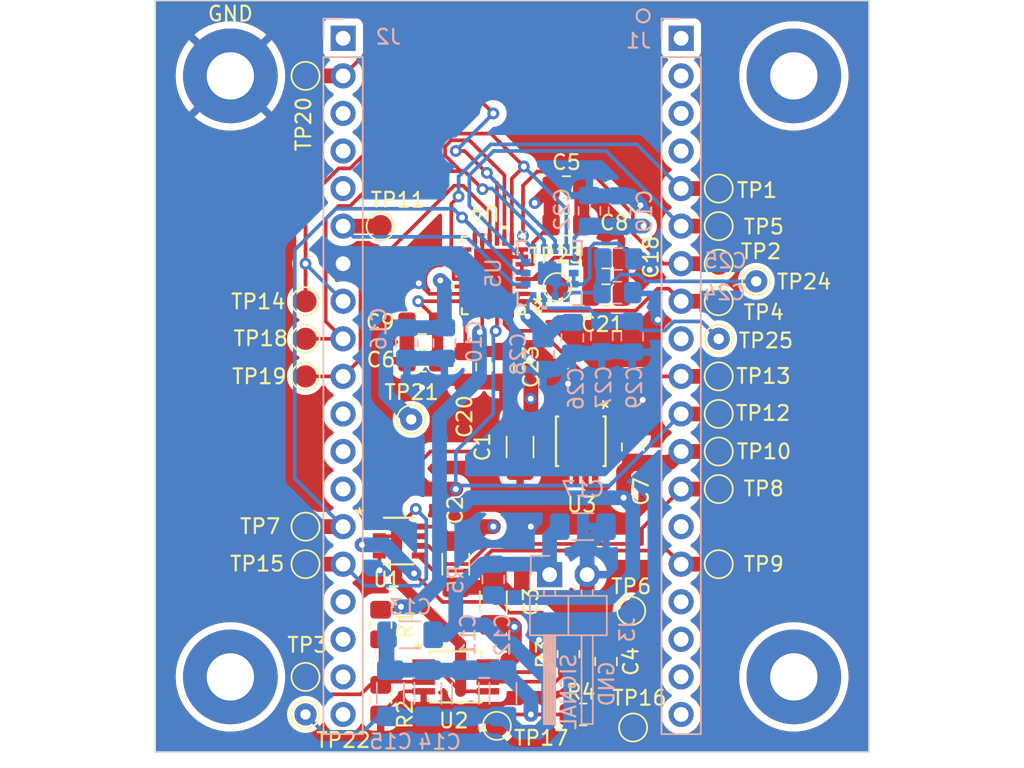
<source format=kicad_pcb>
(kicad_pcb (version 20221018) (generator pcbnew)
  (layers (0 "F.Cu" signal) (1 "In1.Cu" power) (2 "In2.Cu" power) (31 "B.Cu" signal) (34 "B.Paste" user) (35 "F.Paste" user) (36 "B.SilkS" user "B.Silkscreen") (37 "F.SilkS" user "F.Silkscreen") (38 "B.Mask" user) (39 "F.Mask" user) (44 "Edge.Cuts" user))
  (net 0 "")
  (net 1 "+5V")
  (net 2 "GND")
  (net 3 "+3.3V")
  (net 4 "Net-(U2-INB-)")
  (net 5 "REF")
  (net 6 "Net-(U4-REGCAPA)")
  (net 7 "Net-(C11-Pad1)")
  (net 8 "Net-(U4-REGCAPD)")
  (net 10 "VGND")
  (net 11 "AMP_OUT")
  (net 12 "G2")
  (net 13 "G1")
  (net 14 "G0")
  (net 23 "MCLK")
  (net 28 "Net-(U2-INA+)")
  (net 29 "ADC_CS*")
  (net 31 "Net-(U1-IN)")
  (net 39 "Net-(U5-V1P8ANA)")
  (net 40 "Net-(U5-V1P8DIG)")
  (net 42 "INT1")
  (net 43 "ACCEL_DRDY")
  (net 44 "ACCEL_CS*")
  (net 45 "MOSI_SPI")
  (net 46 "ADC_DRDY*")
  (net 47 "MISO_SPI")
  (net 48 "SCLK_SPI")
  (net 49 "ADC_SYNC")
  (net 53 "Net-(J3-Pin_1)")
  (footprint "TestPoint:TestPoint_Pad_D1.5mm" (layer "F.Cu") (at 134.62 43.18)
    (fp_text reference "TP11")
    (fp_text value "TestPoint")
  )
  (footprint "MountingHole:MountingHole_3.2mm_M3_Pad_TopBottom" (layer "F.Cu") (at 124.46 73.66)
    (fp_text reference "REF**" hide)
    (fp_text value "MountingHole_3.2mm_M3_Pad_TopBottom")
  )
  (footprint "TestPoint:TestPoint_Pad_D1.5mm" (layer "F.Cu") (at 129.54 48.26)
    (fp_text reference "TP14")
    (fp_text value "TestPoint")
  )
  (footprint "Capacitor_SMD:C_0805_2012Metric_Pad1.18x1.45mm_HandSolder" (layer "F.Cu") (at 140.346754 52.696412 90)
    (fp_text reference "C20")
    (fp_text value "0.1uF")
  )
  (footprint "Capacitor_SMD:C_0805_2012Metric_Pad1.18x1.45mm_HandSolder" (layer "F.Cu") (at 149.86 45.307037)
    (fp_text reference "C18")
    (fp_text value "0.1uF")
  )
  (footprint "LTC6655CHMS8-3-PBF:MSOP-8_MS_LIT" (layer "F.Cu") (at 148.153303 57.7267 -90)
    (fp_text reference "U3")
    (fp_text value "LTC6655CHMS8-3-PBF")
  )
  (footprint "AD7768:CP_28_12" (layer "F.Cu") (at 142.24 46.510001 180)
    (fp_text reference "U4")
    (fp_text value "AD7768-1BCPZ")
  )
  (footprint "Capacitor_SMD:C_0805_2012Metric_Pad1.18x1.45mm_HandSolder" (layer "F.Cu") (at 137.435384 52.28259 180)
    (fp_text reference "C6")
    (fp_text value "0.1uF")
  )
  (footprint "TestPoint:TestPoint_Pad_D1.5mm" (layer "F.Cu") (at 129.54 53.34)
    (fp_text reference "TP19")
    (fp_text value "TestPoint")
  )
  (footprint "TestPoint:TestPoint_Pad_D1.5mm" (layer "F.Cu") (at 157.48 45.72)
    (fp_text reference "TP2")
    (fp_text value "TestPoint")
  )
  (footprint "Capacitor_SMD:C_1206_3216Metric_Pad1.33x1.80mm_HandSolder" (layer "F.Cu") (at 142.24 68.58 90)
    (fp_text reference "C3")
    (fp_text value "330nF")
  )
  (footprint "Resistor_SMD:R_0805_2012Metric_Pad1.20x1.40mm_HandSolder" (layer "F.Cu") (at 134.62 70.12 -90)
    (fp_text reference "R1")
    (fp_text value "10k")
  )
  (footprint "TestPoint:TestPoint_Pad_D1.5mm" (layer "F.Cu") (at 157.48 43.18)
    (fp_text reference "TP5")
    (fp_text value "TestPoint")
  )
  (footprint "Capacitor_SMD:C_0805_2012Metric_Pad1.18x1.45mm_HandSolder" (layer "F.Cu") (at 147.181829 40.542246)
    (fp_text reference "C5")
    (fp_text value "0.1uF")
  )
  (footprint "TestPoint:TestPoint_Pad_D1.5mm" (layer "F.Cu") (at 157.48 55.88)
    (fp_text reference "TP12")
    (fp_text value "TestPoint")
  )
  (footprint "TestPoint:TestPoint_Pad_D1.5mm" (layer "F.Cu") (at 157.48 66.04)
    (fp_text reference "TP9")
    (fp_text value "TestPoint")
  )
  (footprint "TestPoint:TestPoint_Pad_D1.5mm" (layer "F.Cu") (at 129.54 50.8)
    (fp_text reference "TP18")
    (fp_text value "TestPoint")
  )
  (footprint "Resistor_SMD:R_0805_2012Metric_Pad1.20x1.40mm_HandSolder" (layer "F.Cu") (at 134.62 75.2 -90)
    (fp_text reference "R2")
    (fp_text value "10k")
  )
  (footprint "Capacitor_SMD:C_0805_2012Metric_Pad1.18x1.45mm_HandSolder" (layer "F.Cu") (at 151.668302 58.114198 90)
    (fp_text reference "C7")
    (fp_text value "47uF")
  )
  (footprint "Capacitor_SMD:C_0805_2012Metric_Pad1.18x1.45mm_HandSolder" (layer "F.Cu") (at 142.886754 52.696412 90)
    (fp_text reference "C23")
    (fp_text value "1uF")
  )
  (footprint "TestPoint:TestPoint_THTPad_D1.5mm_Drill0.7mm" (layer "F.Cu") (at 160.02 46.913934)
    (fp_text reference "TP24")
    (fp_text value "TestPoint")
  )
  (footprint "Capacitor_SMD:C_0805_2012Metric_Pad1.18x1.45mm_HandSolder" (layer "F.Cu") (at 147.181829 43.082246)
    (fp_text reference "C8")
    (fp_text value "1uF")
  )
  (footprint "TestPoint:TestPoint_THTPad_D1.5mm_Drill0.7mm" (layer "F.Cu") (at 129.54 76.2)
    (fp_text reference "TP22")
    (fp_text value "TestPoint")
  )
  (footprint "Resistor_SMD:R_0805_2012Metric_Pad1.20x1.40mm_HandSolder" (layer "F.Cu") (at 148.32 76.2 180)
    (fp_text reference "R4")
    (fp_text value "10M")
  )
  (footprint "TestPoint:TestPoint_Pad_D1.5mm" (layer "F.Cu") (at 157.48 60.96)
    (fp_text reference "TP8")
    (fp_text value "TestPoint")
  )
  (footprint "LTC6910-2:TSOT-23_TS8_LIT" (layer "F.Cu") (at 135.84555 64.474999)
    (fp_text reference "U1")
    (fp_text value "LTC6910-2CTS8-TRMPBF")
  )
  (footprint "TestPoint:TestPoint_Pad_D1.5mm" (layer "F.Cu") (at 151.564651 69.19471)
    (fp_text reference "TP6")
    (fp_text value "TestPoint")
  )
  (footprint "ADA4528-2:RM_8_ADI" (layer "F.Cu") (at 139.7 73.66)
    (fp_text reference "U2")
    (fp_text value "ADA4528-2ARMZ")
  )
  (footprint "TestPoint:TestPoint_THTPad_D1.5mm_Drill0.7mm" (layer "F.Cu") (at 136.68823 56.250138)
    (fp_text reference "TP21")
    (fp_text value "TestPoint")
  )
  (footprint "TestPoint:TestPoint_Pad_D1.5mm" (layer "F.Cu") (at 142.477426 76.97196)
    (fp_text reference "TP17")
    (fp_text value "TestPoint")
  )
  (footprint "Capacitor_SMD:C_0805_2012Metric_Pad1.18x1.45mm_HandSolder" (layer "F.Cu") (at 149.86 47.847037)
    (fp_text reference "C21")
    (fp_text value "1uF")
  )
  (footprint "TestPoint:TestPoint_Pad_D1.5mm" (layer "F.Cu") (at 157.48 53.34)
    (fp_text reference "TP13")
    (fp_text value "TestPoint")
  )
  (footprint "Capacitor_SMD:C_0805_2012Metric_Pad1.18x1.45mm_HandSolder" (layer "F.Cu") (at 149.86 72.6225 -90)
    (fp_text reference "C4")
    (fp_text value "80pF")
  )
  (footprint "Capacitor_SMD:C_0805_2012Metric_Pad1.18x1.45mm_HandSolder" (layer "F.Cu") (at 137.435384 49.74259 180)
    (fp_text reference "C9")
    (fp_text value "1uF")
  )
  (footprint "TestPoint:TestPoint_THTPad_D1.5mm_Drill0.7mm" (layer "F.Cu") (at 157.48 50.8)
    (fp_text reference "TP25")
    (fp_text value "TestPoint")
  )
  (footprint "TestPoint:TestPoint_Pad_D1.5mm" (layer "F.Cu") (at 157.48 58.42)
    (fp_text reference "TP10")
    (fp_text value "TestPoint")
  )
  (footprint "TestPoint:TestPoint_Pad_D1.5mm" (layer "F.Cu") (at 151.692101 77.081768)
    (fp_text reference "TP16")
    (fp_text value "TestPoint")
  )
  (footprint "TestPoint:TestPoint_Pad_D1.5mm" (layer "F.Cu") (at 129.54 66.04)
    (fp_text reference "TP15")
    (fp_text value "TestPoint")
  )
  (footprint "TestPoint:TestPoint_Pad_D1.5mm" (layer "F.Cu") (at 157.48 40.64)
    (fp_text reference "TP1")
    (fp_text value "TestPoint")
  )
  (footprint "MountingHole:MountingHole_3.2mm_M3_Pad_TopBottom" (layer "F.Cu") (at 162.56 73.66)
    (fp_text reference "REF**" hide)
    (fp_text value "MountingHole_3.2mm_M3_Pad_TopBottom")
  )
  (footprint "TestPoint:TestPoint_Pad_D1.5mm" (layer "F.Cu") (at 129.54 33.02)
    (fp_text reference "TP20")
    (fp_text value "TestPoint")
  )
  (footprint "MountingHole:MountingHole_3.2mm_M3_Pad" (layer "F.Cu") (at 124.46 33.02)
    (fp_text reference "GND")
    (fp_text value "MountingHole_3.2mm_M3_Pad")
  )
  (footprint "TestPoint:TestPoint_Pad_D1.5mm" (layer "F.Cu") (at 129.54 73.66)
    (fp_text reference "TP3")
    (fp_text value "TestPoint")
  )
  (footprint "Capacitor_SMD:C_1206_3216Metric_Pad1.33x1.80mm_HandSolder" (layer "F.Cu") (at 144.048302 58.114198 -90)
    (fp_text reference "C1")
    (fp_text value "330nF")
  )
  (footprint "TestPoint:TestPoint_Pad_D1.5mm" (layer "F.Cu") (at 146.56328 47.303504)
    (fp_text reference "TP23")
    (fp_text value "TestPoint")
  )
  (footprint "TestPoint:TestPoint_Pad_D1.5mm" (layer "F.Cu") (at 129.54 63.5)
    (fp_text reference "TP7")
    (fp_text value "TestPoint")
  )
  (footprint "TestPoint:TestPoint_Pad_D1.5mm" (layer "F.Cu") (at 157.48 48.26)
    (fp_text reference "TP4")
    (fp_text value "TestPoint")
  )
  (footprint "MountingHole:MountingHole_3.2mm_M3_Pad_TopBottom" (layer "F.Cu") (at 162.56 33.02)
    (fp_text reference "REF**" hide)
    (fp_text value "MountingHole_3.2mm_M3_Pad_TopBottom")
  )
  (footprint "Capacitor_SMD:C_1206_3216Metric_Pad1.33x1.80mm_HandSolder" (layer "F.Cu") (at 139.7 66.04 -90)
    (fp_text reference "C2")
    (fp_text value "330nF")
  )
  (footprint "Resistor_SMD:R_0805_2012Metric_Pad1.20x1.40mm_HandSolder" (layer "F.Cu") (at 147.32 72.12 90)
    (fp_text reference "R3")
    (fp_text value "10M")
  )
  (footprint "Capacitor_SMD:C_0805_2012Metric_Pad1.18x1.45mm_HandSolder" (layer "B.Cu") (at 142.24 67.0775 90)
    (fp_text reference "R5")
    (fp_text value "2.2k")
  )
  (footprint "Capacitor_SMD:C_0805_2012Metric_Pad1.18x1.45mm_HandSolder" (layer "B.Cu") (at 147.585965 50.731645 -90)
    (fp_text reference "C26")
    (fp_text value "0.1uF")
  )
  (footprint "ADXL359:LGA14_CC-14-2_ADI" (layer "B.Cu") (at 146.050099 46.357963 -90)
    (fp_text reference "U5")
    (fp_text value "ADXL359BCCZ")
  )
  (footprint "Capacitor_SMD:C_0805_2012Metric_Pad1.18x1.45mm_HandSolder" (layer "B.Cu") (at 138.932683 51.083751 -90)
    (fp_text reference "C10")
    (fp_text value "0.1uF")
  )
  (footprint "Capacitor_SMD:C_0805_2012Metric_Pad1.18x1.45mm_HandSolder" (layer "B.Cu") (at 145.606277 51.8375 -90)
    (fp_text reference "C28")
    (fp_text value "1uF")
  )
  (footprint "Connector_PinSocket_2.54mm:PinSocket_1x19_P2.54mm_Vertical" (layer "B.Cu") (at 132.08 30.48 180)
    (fp_text reference "J2")
    (fp_text value "Conn_01x19")
  )
  (footprint "Capacitor_SMD:C_0805_2012Metric_Pad1.18x1.45mm_HandSolder" (layer "B.Cu") (at 136.392683 51.083751 -90)
    (fp_text reference "C16")
    (fp_text value "1uF")
  )
  (footprint "Capacitor_SMD:C_0805_2012Metric_Pad1.18x1.45mm_HandSolder" (layer "B.Cu") (at 149.579668 50.639911 -90)
    (fp_text reference "C27")
    (fp_text value "0.1uF")
  )
  (footprint "Capacitor_SMD:C_0805_2012Metric_Pad1.18x1.45mm_HandSolder" (layer "B.Cu") (at 150.69698 45.401947)
    (fp_text reference "C25")
    (fp_text value "1uF")
  )
  (footprint "Capacitor_SMD:C_1206_3216Metric_Pad1.33x1.80mm_HandSolder" (layer "B.Cu") (at 135.275746 74.76782 -90)
    (fp_text reference "C15")
    (fp_text value "330nF")
  )
  (footprint "Capacitor_SMD:C_0805_2012Metric_Pad1.18x1.45mm_HandSolder" (layer "B.Cu") (at 148.742287 42.149382 90)
    (fp_text reference "C22")
    (fp_text value "1uF")
  )
  (footprint "Capacitor_SMD:C_0805_2012Metric_Pad1.18x1.45mm_HandSolder" (layer "B.Cu") (at 150.630021 47.678534)
    (fp_text reference "C24")
    (fp_text value "0.1uF")
  )
  (footprint "Connector_PinHeader_2.54mm:PinHeader_1x02_P2.54mm_Horizontal" (layer "B.Cu") (at 146.045 66.745 -90)
    (fp_text reference "J3")
    (fp_text value "Conn_01x02")
  )
  (footprint "Capacitor_SMD:C_1206_3216Metric_Pad1.33x1.80mm_HandSolder" (layer "B.Cu") (at 142.895746 74.76782 -90)
    (fp_text reference "C12")
    (fp_text value "330nF")
  )
  (footprint "Capacitor_SMD:C_1206_3216Metric_Pad1.33x1.80mm_HandSolder" (layer "B.Cu") (at 148.2975 63.5)
    (fp_text reference "C17")
    (fp_text value "330nF")
  )
  (footprint "Connector_PinSocket_2.54mm:PinSocket_1x19_P2.54mm_Vertical" (layer "B.Cu") (at 154.94 30.48 180)
    (fp_text reference "J1")
    (fp_text value "Conn_01x19")
  )
  (footprint "Capacitor_SMD:C_1206_3216Metric_Pad1.33x1.80mm_HandSolder" (layer "B.Cu") (at 136.61453 70.8109)
    (fp_text reference "C13")
    (fp_text value "330nF")
  )
  (footprint "Capacitor_SMD:C_1206_3216Metric_Pad1.33x1.80mm_HandSolder" (layer "B.Cu") (at 140.355746 74.76782 -90)
    (fp_text reference "C11")
    (fp_text value "330nF")
  )
  (footprint "Capacitor_SMD:C_0805_2012Metric_Pad1.18x1.45mm_HandSolder" (layer "B.Cu") (at 150.778353 42.165749 90)
    (fp_text reference "C19")
    (fp_text value "0.1uF")
  )
  (footprint "Capacitor_SMD:C_0805_2012Metric_Pad1.18x1.45mm_HandSolder" (layer "B.Cu") (at 151.632193 50.656709 -90)
    (fp_text reference "C29")
    (fp_text value "1uF")
  )
  (footprint "Capacitor_SMD:C_1206_3216Metric_Pad1.33x1.80mm_HandSolder" (layer "B.Cu") (at 137.815746 74.76782 -90)
    (fp_text reference "C14")
    (fp_text value "330nF")
  )
  (gr_circle (center 152.369293 28.965494) (end 152.809595 28.965494) (stroke (width 0.15)) (fill none) (layer "B.SilkS"))
  (gr_line (start 119.38 27.94) (end 167.64 27.94) (stroke (width 0.1)) (layer "Edge.Cuts"))
  (gr_line (start 119.38 78.74) (end 119.38 27.94) (stroke (width 0.1)) (layer "Edge.Cuts"))
  (gr_line (start 167.64 27.94) (end 167.64 78.74) (stroke (width 0.1)) (layer "Edge.Cuts"))
  (gr_line (start 167.64 78.74) (end 119.38 78.74) (stroke (width 0.1)) (layer "Edge.Cuts"))
  (gr_text "GND" (at 150.497186 72.508159 90) (layer "B.SilkS") (effects (font (size 1 1)) (justify left bottom mirror)))
  (gr_text "SIGNAL" (at 147.916123 71.991006 90) (layer "B.SilkS") (effects (font (size 1 1)) (justify left bottom mirror)))
  (segment (start 140.346754 51.658912) (end 142.886754 51.658912) (width 0.75) (layer "F.Cu") (net 1))
  (segment (start 142.886754 51.658912) (end 143.098912 51.658912) (width 1) (layer "F.Cu") (net 1))
  (segment (start 148.478304 55.49785) (end 149.128302 55.49785) (width 0.25) (layer "F.Cu") (net 1))
  (segment (start 148.403304 56.5023) (end 145.4623 56.5023) (width 0.25) (layer "F.Cu") (net 1))
  (segment (start 145.4623 56.5023) (end 144.78 55.82) (width 0.25) (layer "F.Cu") (net 1))
  (segment (start 144.78 55.82) (end 144.78 53.34) (width 1) (layer "F.Cu") (net 1))
  (segment (start 144.048302 56.551698) (end 144.78 55.82) (width 1) (layer "F.Cu") (net 1))
  (segment (start 140.346754 49.580646) (end 140.99 48.9374) (width 0.25) (layer "F.Cu") (net 1))
  (segment (start 140.346754 51.658912) (end 140.346754 49.580646) (width 0.25) (layer "F.Cu") (net 1))
  (segment (start 148.478304 55.49785) (end 148.478304 56.4273) (width 0.25) (layer "F.Cu") (net 1))
  (segment (start 148.478304 56.4273) (end 148.403304 56.5023) (width 0.25) (layer "F.Cu") (net 1))
  (segment (start 143.098912 51.658912) (end 144.78 53.34) (width 1) (layer "F.Cu") (net 1))
  (via (at 144.766735 54.851801) (size 0.8) (drill 0.4) (layers "F.Cu" "B.Cu") (net 1))
  (segment (start 141.655 67.6025) (end 139.7 67.6025) (width 1) (layer "F.Cu") (net 2))
  (segment (start 143.49 45.260001) (end 142.24 46.510001) (width 0.25) (layer "F.Cu") (net 2))
  (segment (start 137.5283 74.634999) (end 136.185001 74.634999) (width 0.25) (layer "F.Cu") (net 2))
  (segment (start 136.397884 52.28259) (end 136.397884 49.74259) (width 1) (layer "F.Cu") (net 2))
  (segment (start 137.91818 47.760001) (end 137.201285 47.043106) (width 0.25) (layer "F.Cu") (net 2))
  (segment (start 149.128302 59.95555) (end 149.128302 59.616698) (width 0.25) (layer "F.Cu") (net 2))
  (segment (start 134.5311 66.431842) (end 134.549282 66.450024) (width 0.25) (layer "F.Cu") (net 2))
  (segment (start 142.886754 53.733912) (end 140.346754 53.733912) (width 1) (layer "F.Cu") (net 2))
  (segment (start 141.489999 45.76) (end 142.24 46.510001) (width 0.25) (layer "F.Cu") (net 2))
  (segment (start 136.185001 74.634999) (end 134.62 76.2) (width 0.25) (layer "F.Cu") (net 2))
  (segment (start 141.99 48.9374) (end 141.99 46.760001) (width 0.25) (layer "F.Cu") (net 2))
  (segment (start 142.24 67.0175) (end 143.5175 68.295) (width 1) (layer "F.Cu") (net 2))
  (segment (start 140.99 47.760001) (end 142.24 46.510001) (width 0.25) (layer "F.Cu") (net 2))
  (segment (start 141.99 46.760001) (end 142.24 46.510001) (width 0.25) (layer "F.Cu") (net 2))
  (segment (start 140.3126 47.760001) (end 137.91818 47.760001) (width 0.25) (layer "F.Cu") (net 2))
  (segment (start 144.1674 45.260001) (end 143.49 45.260001) (width 0.25) (layer "F.Cu") (net 2))
  (segment (start 147.178304 59.95555) (end 144.327154 59.95555) (width 0.25) (layer "F.Cu") (net 2))
  (segment (start 144.327154 59.95555) (end 144.048302 59.676698) (width 0.25) (layer "F.Cu") (net 2))
  (segment (start 148.219329 40.542246) (end 148.219329 43.082246) (width 1) (layer "F.Cu") (net 2))
  (segment (start 149.128302 59.616698) (end 151.668302 57.076698) (width 0.25) (layer "F.Cu") (net 2))
  (segment (start 148.237081 68.295) (end 148.585 67.947081) (width 1) (layer "F.Cu") (net 2))
  (segment (start 141.489999 44.082602) (end 141.489999 45.76) (width 0.25) (layer "F.Cu") (net 2))
  (segment (start 144.1674 45.260001) (end 144.1674 44.760002) (width 0.25) (layer "F.Cu") (net 2))
  (segment (start 148.445745 43.308662) (end 148.219329 43.082246) (width 1) (layer "F.Cu") (net 2))
  (segment (start 142.24 67.0175) (end 141.655 67.6025) (width 1) (layer "F.Cu") (net 2))
  (segment (start 140.3126 47.760001) (end 140.99 47.760001) (width 0.25) (layer "F.Cu") (net 2))
  (segment (start 143.5175 68.295) (end 148.237081 68.295) (width 1) (layer "F.Cu") (net 2))
  (segment (start 134.5311 65.449998) (end 134.5311 66.431842) (width 0.25) (layer "F.Cu") (net 2))
  (segment (start 150.8975 45.307037) (end 150.8975 47.847037) (width 1) (layer "F.Cu") (net 2))
  (segment (start 148.585 67.947081) (end 148.585 66.745) (width 1) (layer "F.Cu") (net 2))
  (via (at 152.813219 46.129976) (size 0.8) (drill 0.4) (layers "F.Cu" "B.Cu") (net 2))
  (via (at 152.341757 54.929598) (size 0.8) (drill 0.4) (layers "F.Cu" "B.Cu") (net 2))
  (via (at 145.344112 71.156781) (size 0.8) (drill 0.4) (layers "F.Cu" "B.Cu") (net 2))
  (via (at 137.417582 54.093489) (size 0.8) (drill 0.4) (layers "F.Cu" "B.Cu") (net 2))
  (via (at 137.201285 47.043106) (size 0.8) (drill 0.4) (layers "F.Cu" "B.Cu") (net 2))
  (via (at 144.78 63.5) (size 0.8) (drill 0.4) (layers "F.Cu" "B.Cu") (net 2))
  (via (at 152.183694 41.772518) (size 0.8) (drill 0.4) (layers "F.Cu" "B.Cu") (net 2))
  (via (at 147.290193 53.831803) (size 0.8) (drill 0.4) (layers "F.Cu" "B.Cu") (net 2))
  (via (at 134.549282 66.450024) (size 0.8) (drill 0.4) (layers "F.Cu" "B.Cu") (net 2))
  (via (at 153.366736 49.511862) (size 0.8) (drill 0.4) (layers "F.Cu" "B.Cu") (net 2))
  (segment (start 146.720499 47.107964) (end 147.675699 47.107964) (width 0.25) (layer "B.Cu") (net 2))
  (segment (start 148.74698 44.681847) (end 149.07688 44.351947) (width 0.25) (layer "B.Cu") (net 2))
  (segment (start 150.778353 41.128249) (end 151.539425 41.128249) (width 1) (layer "B.Cu") (net 2))
  (segment (start 151.73448 45.401947) (end 152.19026 45.401947) (width 1) (layer "B.Cu") (net 2))
  (segment (start 146.4251 47.983563) (end 146.4251 47.403363) (width 0.25) (layer "B.Cu") (net 2))
  (segment (start 148.585 66.745) (end 148.585 64.775) (width 1) (layer "B.Cu") (net 2))
  (segment (start 150.68448 44.351947) (end 151.73448 45.401947) (width 0.25) (layer "B.Cu") (net 2))
  (segment (start 148.585 64.775) (end 149.86 63.5) (width 1) (layer "B.Cu") (net 2))
  (segment (start 149.579668 51.677411) (end 151.615395 51.677411) (width 1) (layer "B.Cu") (net 2))
  (segment (start 151.615395 51.677411) (end 151.632193 51.694209) (width 1) (layer "B.Cu") (net 2))
  (segment (start 146.48011 52.875) (end 147.585965 51.769145) (width 1) (layer "B.Cu") (net 2))
  (segment (start 148.758654 41.128249) (end 148.742287 41.111882) (width 1) (layer "B.Cu") (net 2))
  (segment (start 152.19026 45.401947) (end 152.865754 46.077441) (width 1) (layer "B.Cu") (net 2))
  (segment (start 136.392683 52.121251) (end 138.932683 52.121251) (width 1) (layer "B.Cu") (net 2))
  (segment (start 146.4251 47.403363) (end 146.720499 47.107964) (width 0.25) (layer "B.Cu") (net 2))
  (segment (start 148.74698 46.688564) (end 148.74698 44.681847) (width 0.25) (layer "B.Cu") (net 2))
  (segment (start 150.778353 41.128249) (end 148.758654 41.128249) (width 1) (layer "B.Cu") (net 2))
  (segment (start 149.487934 51.769145) (end 149.579668 51.677411) (width 1) (layer "B.Cu") (net 2))
  (segment (start 147.675699 47.107964) (end 148.32758 47.107964) (width 0.25) (layer "B.Cu") (net 2))
  (segment (start 151.539425 41.128249) (end 152.183694 41.772518) (width 1) (layer "B.Cu") (net 2))
  (segment (start 147.675699 46.357963) (end 147.675699 47.107964) (width 0.25) (layer "B.Cu") (net 2))
  (segment (start 145.606277 52.875) (end 146.48011 52.875) (width 1) (layer "B.Cu") (net 2))
  (segment (start 149.07688 44.351947) (end 150.68448 44.351947) (width 0.25) (layer "B.Cu") (net 2))
  (segment (start 147.585965 51.769145) (end 149.487934 51.769145) (width 1) (layer "B.Cu") (net 2))
  (segment (start 148.32758 47.107964) (end 148.74698 46.688564) (width 0.25) (layer "B.Cu") (net 2))
  (segment (start 144.1674 45.76) (end 144.894801 45.76) (width 0.25) (layer "F.Cu") (net 3))
  (segment (start 138.472884 49.74259) (end 138.472884 49.572884) (width 0.25) (layer "F.Cu") (net 3))
  (segment (start 139.7 64.4775) (end 140.6 64.4775) (width 1) (layer "F.Cu") (net 3))
  (segment (start 143.52873 70.1425) (end 143.665901 70.279671) (width 1) (layer "F.Cu") (net 3))
  (segment (start 141.8717 72.685001) (end 143.214999 72.685001) (width 0.25) (layer "F.Cu") (net 3))
  (segment (start 144.9198 44.306775) (end 146.144329 43.082246) (width 0.25) (layer "F.Cu") (net 3))
  (segment (start 137.16 48.26) (end 140.3126 48.26) (width 0.25) (layer "F.Cu") (net 3))
  (segment (start 143.390001 72.509999) (end 143.214999 72.509999) (width 1) (layer "F.Cu") (net 3))
  (segment (start 144.1674 46.260001) (end 144.1674 45.76) (width 0.25) (layer "F.Cu") (net 3))
  (segment (start 141.5775 63.5) (end 142.24 63.5) (width 1) (layer "F.Cu") (net 3))
  (segment (start 144.565026 49.285049) (end 144.565026 48.657626) (width 0.25) (layer "F.Cu") (net 3))
  (segment (start 138.472884 49.572884) (end 137.16 48.26) (width 0.25) (layer "F.Cu") (net 3))
  (segment (start 138.472884 52.28259) (end 138.472884 49.74259) (width 0.75) (layer "F.Cu") (net 3))
  (segment (start 145.069703 41.616872) (end 146.144329 40.542246) (width 0.75) (layer "F.Cu") (net 3))
  (segment (start 143.665901 70.279671) (end 143.665901 72.234099) (width 1) (layer "F.Cu") (net 3))
  (segment (start 138.7225 63.5) (end 137.16 63.5) (width 0.25) (layer "F.Cu") (net 3))
  (segment (start 144.565026 48.657626) (end 144.1674 48.26) (width 0.25) (layer "F.Cu") (net 3))
  (segment (start 142.24 70.1425) (end 143.52873 70.1425) (width 1) (layer "F.Cu") (net 3))
  (segment (start 145.036632 41.616872) (end 145.069703 41.616872) (width 0.75) (layer "F.Cu") (net 3))
  (segment (start 139.7 64.4775) (end 138.7225 63.5) (width 0.25) (layer "F.Cu") (net 3))
  (segment (start 144.9198 45.735001) (end 144.9198 44.306775) (width 0.25) (layer "F.Cu") (net 3))
  (segment (start 146.144329 43.082246) (end 146.144329 40.542246) (width 1) (layer "F.Cu") (net 3))
  (segment (start 144.894801 45.76) (end 144.9198 45.735001) (width 0.25) (layer "F.Cu") (net 3))
  (segment (start 143.665901 72.234099) (end 143.390001 72.509999) (width 1) (layer "F.Cu") (net 3))
  (segment (start 140.6 64.4775) (end 141.5775 63.5) (width 1) (layer "F.Cu") (net 3))
  (via (at 152.4 43.18) (size 0.8) (drill 0.4) (layers "F.Cu" "B.Cu") (net 3))
  (via (at 143.665901 70.279671) (size 0.8) (drill 0.4) (layers "F.Cu" "B.Cu") (net 3))
  (via (at 145.036632 41.616872) (size 0.8) (drill 0.4) (layers "F.Cu" "B.Cu") (net 3))
  (via (at 144.565026 49.285049) (size 0.8) (drill 0.4) (layers "F.Cu" "B.Cu") (net 3))
  (via (at 142.24 63.5) (size 0.8) (drill 0.4) (layers "F.Cu" "B.Cu") (net 3))
  (via (at 137.16 48.26) (size 0.8) (drill 0.4) (layers "F.Cu" "B.Cu") (net 3))
  (segment (start 145.606277 50.8) (end 146.712132 49.694145) (width 1) (layer "B.Cu") (net 3))
  (segment (start 147.725098 43.963811) (end 148.502027 43.186882) (width 0.25) (layer "B.Cu") (net 3))
  (segment (start 150.761986 43.186882) (end 150.778353 43.203249) (width 1) (layer "B.Cu") (net 3))
  (segment (start 148.502027 43.186882) (end 148.742287 43.186882) (width 0.25) (layer "B.Cu") (net 3))
  (segment (start 145.606277 50.3263) (end 144.565026 49.285049) (width 1) (layer "B.Cu") (net 3))
  (segment (start 147.675699 45.607962) (end 147.725098 45.558563) (width 0.25) (layer "B.Cu") (net 3))
  (segment (start 152.4 43.18) (end 150.801602 43.18) (width 1) (layer "B.Cu") (net 3))
  (segment (start 144.565026 49.285049) (end 144.565026 48.343637) (width 0.25) (layer "B.Cu") (net 3))
  (segment (start 148.742287 43.186882) (end 150.761986 43.186882) (width 1) (layer "B.Cu") (net 3))
  (segment (start 150.801602 43.18) (end 150.778353 43.203249) (width 1) (layer "B.Cu") (net 3))
  (segment (start 146.712132 49.694145) (end 147.585965 49.694145) (width 1) (layer "B.Cu") (net 3))
  (segment (start 147.725098 45.558563) (end 147.725098 43.963811) (width 0.25) (layer "B.Cu") (net 3))
  (segment (start 145.606277 50.8) (end 145.606277 50.3263) (width 1) (layer "B.Cu") (net 3))
  (segment (start 144.565026 48.343637) (end 144.9251 47.983563) (width 0.25) (layer "B.Cu") (net 3))
  (segment (start 149.86 75.66) (end 149.32 76.2) (width 0.25) (layer "F.Cu") (net 4))
  (segment (start 150.810333 76.2) (end 151.692101 77.081768) (width 0.25) (layer "F.Cu") (net 4))
  (segment (start 149.86 73.66) (end 149.86 75.66) (width 0.25) (layer "F.Cu") (net 4))
  (segment (start 146.454999 73.985001) (end 141.8717 73.985001) (width 0.25) (layer "F.Cu") (net 4))
  (segment (start 149.32 73.12) (end 149.86 73.66) (width 0.25) (layer "F.Cu") (net 4))
  (segment (start 147.32 73.12) (end 146.454999 73.985001) (width 0.25) (layer "F.Cu") (net 4))
  (segment (start 147.32 73.12) (end 149.32 73.12) (width 0.25) (layer "F.Cu") (net 4))
  (segment (start 149.32 76.2) (end 150.810333 76.2) (width 0.25) (layer "F.Cu") (net 4))
  (segment (start 151.668302 59.151698) (end 154.208302 59.151698) (width 1) (layer "F.Cu") (net 5))
  (segment (start 134.62 69.12) (end 135.79927 69.12) (width 0.25) (layer "F.Cu") (net 5))
  (segment (start 154.208302 59.151698) (end 154.94 58.42) (width 1) (layer "F.Cu") (net 5))
  (segment (start 147.828302 59.95555) (end 148.478304 59.95555) (width 0.25) (layer "F.Cu") (net 5))
  (segment (start 141.489999 48.9374) (end 141.489999 50.182888) (width 0.25) (layer "F.Cu") (net 5))
  (segment (start 135.79927 69.12) (end 135.998352 68.920918) (width 0.25) (layer "F.Cu") (net 5))
  (segment (start 157.48 58.42) (end 154.94 58.42) (width 1) (layer "F.Cu") (net 5))
  (segment (start 148.478304 60.850902) (end 148.587402 60.96) (width 0.25) (layer "F.Cu") (net 5))
  (segment (start 151.668302 59.151698) (end 151.051005 59.768995) (width 1) (layer "F.Cu") (net 5))
  (segment (start 148.478304 59.95555) (end 148.478304 60.850902) (width 0.25) (layer "F.Cu") (net 5))
  (segment (start 141.489999 50.182888) (end 141.325449 50.347438) (width 0.25) (layer "F.Cu") (net 5))
  (segment (start 149.86 60.96) (end 151.668302 59.151698) (width 0.25) (layer "F.Cu") (net 5))
  (segment (start 151.051005 59.768995) (end 151.051005 61.546519) (width 1) (layer "F.Cu") (net 5))
  (segment (start 148.587402 60.96) (end 149.86 60.96) (width 0.25) (layer "F.Cu") (net 5))
  (via (at 141.325449 50.347438) (size 0.8) (drill 0.4) (layers "F.Cu" "B.Cu") (net 5))
  (via (at 135.998352 68.920918) (size 0.8) (drill 0.4) (layers "F.Cu" "B.Cu") (net 5))
  (via (at 151.051005 61.546519) (size 0.8) (drill 0.4) (layers "F.Cu" "B.Cu") (net 5))
  (segment (start 138.6 61.415635) (end 138.6 57.602354) (width 1) (layer "B.Cu") (net 5))
  (segment (start 141.302922 53.452078) (end 141.302922 50.347438) (width 1) (layer "B.Cu") (net 5))
  (segment (start 140.155635 62.06) (end 139.244365 62.06) (width 1) (layer "B.Cu") (net 5))
  (segment (start 151.2225 67.2175) (end 151.668302 66.771698) (width 1) (layer "B.Cu") (net 5))
  (segment (start 138.6 57.602354) (end 138.676035 57.526319) (width 1) (layer "B.Cu") (net 5))
  (segment (start 151.668302 62.163816) (end 151.668302 66.771698) (width 1) (layer "B.Cu") (net 5))
  (segment (start 139.244365 62.06) (end 138.6 61.415635) (width 1) (layer "B.Cu") (net 5))
  (segment (start 151.2225 67.2175) (end 150.145 68.295) (width 1) (layer "B.Cu") (net 5))
  (segment (start 151.051005 61.546519) (end 140.669116 61.546519) (width 1) (layer "B.Cu") (net 5))
  (segment (start 138.6 56.155) (end 141.302922 53.452078) (width 1) (layer "B.Cu") (net 5))
  (segment (start 142.42 68.295) (end 142.24 68.115) (width 1) (layer "B.Cu") (net 5))
  (segment (start 140.669116 61.546519) (end 140.155635 62.06) (width 1) (layer "B.Cu") (net 5))
  (segment (start 138.676035 57.526319) (end 138.6 57.450284) (width 1) (layer "B.Cu") (net 5))
  (segment (start 136.965083 68.920918) (end 138.6 67.286001) (width 1) (layer "B.Cu") (net 5))
  (segment (start 138.6 57.450284) (end 138.6 56.155) (width 1) (layer "B.Cu") (net 5))
  (segment (start 135.998352 68.920918) (end 136.965083 68.920918) (width 1) (layer "B.Cu") (net 5))
  (segment (start 150.145 68.295) (end 142.42 68.295) (width 1) (layer "B.Cu") (net 5))
  (segment (start 138.6 67.286001) (end 138.6 61.415635) (width 1) (layer "B.Cu") (net 5))
  (segment (start 141.325449 50.323803) (end 141.325449 50.347438) (width 0.25) (layer "B.Cu") (net 5))
  (segment (start 151.051005 61.546519) (end 151.668302 62.163816) (width 1) (layer "B.Cu") (net 5))
  (segment (start 138.64968 46.851402) (end 139.05828 47.260002) (width 0.25) (layer "F.Cu") (net 6))
  (segment (start 139.05828 47.260002) (end 140.3126 47.260002) (width 0.25) (layer "F.Cu") (net 6))
  (via (at 138.64968 46.851402) (size 0.8) (drill 0.4) (layers "F.Cu" "B.Cu") (net 6))
  (segment (start 136.392683 50.212523) (end 136.392683 50.046251) (width 0.25) (layer "B.Cu") (net 6))
  (segment (start 138.932683 50.046251) (end 138.932683 47.134405) (width 1) (layer "B.Cu") (net 6))
  (segment (start 134.967683 54.529591) (end 134.967683 50.746251) (width 1) (layer "B.Cu") (net 6))
  (segment (start 135.667683 50.046251) (end 136.392683 50.046251) (width 1) (layer "B.Cu") (net 6))
  (segment (start 138.932683 47.134405) (end 138.64968 46.851402) (width 1) (layer "B.Cu") (net 6))
  (segment (start 136.392683 50.046251) (end 138.932683 50.046251) (width 1) (layer "B.Cu") (net 6))
  (segment (start 134.967683 50.746251) (end 135.667683 50.046251) (width 1) (layer "B.Cu") (net 6))
  (segment (start 136.68823 56.250138) (end 134.967683 54.529591) (width 1) (layer "B.Cu") (net 6))
  (segment (start 144.78 76.2) (end 147.32 76.2) (width 0.25) (layer "F.Cu") (net 7))
  (segment (start 142.477426 76.97196) (end 143.249386 76.2) (width 0.25) (layer "F.Cu") (net 7))
  (segment (start 143.249386 76.2) (end 144.78 76.2) (width 0.25) (layer "F.Cu") (net 7))
  (via (at 144.78 76.2) (size 0.8) (drill 0.4) (layers "F.Cu" "B.Cu") (net 7))
  (segment (start 140.355746 73.20532) (end 142.895746 73.20532) (width 1) (layer "B.Cu") (net 7))
  (segment (start 135.05203 70.8109) (end 135.05203 72.981604) (width 1) (layer "B.Cu") (net 7))
  (segment (start 135.05203 72.981604) (end 135.275746 73.20532) (width 1) (layer "B.Cu") (net 7))
  (segment (start 144.78 76.2) (end 144.78 75.089574) (width 1) (layer "B.Cu") (net 7))
  (segment (start 140.355746 73.20532) (end 137.815746 73.20532) (width 1) (layer "B.Cu") (net 7))
  (segment (start 135.275746 73.20532) (end 137.815746 73.20532) (width 1) (layer "B.Cu") (net 7))
  (segment (start 144.78 75.089574) (end 142.895746 73.20532) (width 1) (layer "B.Cu") (net 7))
  (segment (start 144.1674 46.760001) (end 146.019777 46.760001) (width 0.25) (layer "F.Cu") (net 8))
  (segment (start 146.019777 46.760001) (end 146.56328 47.303504) (width 0.25) (layer "F.Cu") (net 8))
  (segment (start 146.370745 45.307037) (end 148.8225 45.307037) (width 0.25) (layer "F.Cu") (net 8))
  (segment (start 144.917781 46.760001) (end 146.370745 45.307037) (width 0.25) (layer "F.Cu") (net 8))
  (segment (start 148.8225 47.847037) (end 148.8225 45.307037) (width 1) (layer "F.Cu") (net 8))
  (segment (start 144.1674 46.760001) (end 144.917781 46.760001) (width 0.25) (layer "F.Cu") (net 8))
  (segment (start 138.724397 73.334999) (end 137.5283 73.334999) (width 0.25) (layer "F.Cu") (net 10))
  (segment (start 138.0744 72.685001) (end 139.374699 73.985301) (width 0.25) (layer "F.Cu") (net 10))
  (segment (start 142.402922 50.271635) (end 142.49 50.184557) (width 0.25) (layer "F.Cu") (net 10))
  (segment (start 139.374699 73.985301) (end 140.024398 74.634999) (width 0.25) (layer "F.Cu") (net 10))
  (segment (start 140.024398 74.634999) (end 141.8717 74.634999) (width 0.25) (layer "F.Cu") (net 10))
  (segment (start 142.49 50.184557) (end 142.49 48.9374) (width 0.25) (layer "F.Cu") (net 10))
  (segment (start 140.024398 74.634999) (end 140.024398 71.444398) (width 0.75) (layer "F.Cu") (net 10))
  (segment (start 135.269998 64.149998) (end 134.5311 64.149998) (width 0.25) (layer "F.Cu") (net 10))
  (segment (start 137.7 60.96) (end 137.16 60.42) (width 1) (layer "F.Cu") (net 10))
  (segment (start 139.7 60.96) (end 137.7 60.96) (width 1) (layer "F.Cu") (net 10))
  (segment (start 135.69685 67.11685) (end 135.69685 61.88315) (width 0.75) (layer "F.Cu") (net 10))
  (segment (start 139.374699 73.985301) (end 138.724397 73.334999) (width 0.25) (layer "F.Cu") (net 10))
  (segment (start 157.48 55.88) (end 154.94 55.88) (width 1) (layer "F.Cu") (net 10))
  (segment (start 135.69685 61.88315) (end 137.16 60.42) (width 0.75) (layer "F.Cu") (net 10))
  (segment (start 140.024398 71.444398) (end 135.69685 67.11685) (width 0.75) (layer "F.Cu") (net 10))
  (via (at 139.7 60.96) (size 0.8) (drill 0.4) (layers "F.Cu" "B.Cu") (net 10))
  (via (at 142.402922 50.271635) (size 0.8) (drill 0.4) (layers "F.Cu" "B.Cu") (net 10))
  (segment (start 150.098481 60.721519) (end 154.94 55.88) (width 0.25) (layer "B.Cu") (net 10))
  (segment (start 139.938481 60.721519) (end 150.098481 60.721519) (width 0.25) (layer "B.Cu") (net 10))
  (segment (start 139.7 60.96) (end 139.938481 60.721519) (width 0.25) (layer "B.Cu") (net 10))
  (segment (start 139.7 60.96) (end 139.7 58.42) (width 0.25) (layer "B.Cu") (net 10))
  (segment (start 139.7 58.42) (end 142.24 55.88) (width 0.25) (layer "B.Cu") (net 10))
  (segment (start 142.24 55.88) (end 142.24 50.434557) (width 0.25) (layer "B.Cu") (net 10))
  (segment (start 142.402922 50.29527) (end 142.402922 50.271635) (width 0.25) (layer "B.Cu") (net 10))
  (segment (start 142.24 50.434557) (end 142.402922 50.271635) (width 0.25) (layer "B.Cu") (net 10))
  (segment (start 147.751502 58.42) (end 149.86 56.311502) (width 0.25) (layer "F.Cu") (net 11))
  (segment (start 149.86 56.311502) (end 149.86 54.684198) (width 0.25) (layer "F.Cu") (net 11))
  (segment (start 151.204198 53.34) (end 154.94 53.34) (width 0.25) (layer "F.Cu") (net 11))
  (segment (start 157.48 53.34) (end 154.94 53.34) (width 1) (layer "F.Cu") (net 11))
  (segment (start 149.86 54.684198) (end 151.204198 53.34) (width 0.25) (layer "F.Cu") (net 11))
  (segment (start 143.434761 50.258058) (end 142.990001 49.813298) (width 0.25) (layer "F.Cu") (net 11))
  (segment (start 142.990001 49.813298) (end 142.990001 48.9374) (width 0.25) (layer "F.Cu") (net 11))
  (segment (start 149.86 54.684198) (end 145.43386 50.258058) (width 0.25) (layer "F.Cu") (net 11))
  (segment (start 137.993274 58.42) (end 147.751502 58.42) (width 0.25) (layer "F.Cu") (net 11))
  (segment (start 134.5311 63.5) (end 134.5311 61.882174) (width 0.25) (layer "F.Cu") (net 11))
  (segment (start 134.5311 61.882174) (end 137.993274 58.42) (width 0.25) (layer "F.Cu") (net 11))
  (segment (start 145.43386 50.258058) (end 143.434761 50.258058) (width 0.25) (layer "F.Cu") (net 11))
  (segment (start 154.4925 53.7875) (end 154.94 53.34) (width 0.25) (layer "B.Cu") (net 11))
  (segment (start 136.518648 64.149998) (end 136.39685 64.0282) (width 0.25) (layer "F.Cu") (net 12))
  (segment (start 136.39685 62.910539) (end 136.99954 62.307849) (width 0.25) (layer "F.Cu") (net 12))
  (segment (start 129.54 66.04) (end 132.08 66.04) (width 1) (layer "F.Cu") (net 12))
  (segment (start 136.39685 64.0282) (end 136.39685 62.910539) (width 0.25) (layer "F.Cu") (net 12))
  (segment (start 137.16 64.149998) (end 136.518648 64.149998) (width 0.25) (layer "F.Cu") (net 12))
  (via (at 136.99954 62.307849) (size 0.8) (drill 0.4) (layers "F.Cu" "B.Cu") (net 12))
  (segment (start 137.707534 67.011741) (end 137.22426 67.495015) (width 0.25) (layer "B.Cu") (net 12))
  (segment (start 136.99954 62.307849) (end 137.707534 63.015843) (width 0.25) (layer "B.Cu") (net 12))
  (segment (start 137.22426 67.495015) (end 133.535015 67.495015) (width 0.25) (layer "B.Cu") (net 12))
  (segment (start 137.707534 63.015843) (end 137.707534 67.011741) (width 0.25) (layer "B.Cu") (net 12))
  (segment (start 133.535015 67.495015) (end 132.08 66.04) (width 0.25) (layer "B.Cu") (net 12))
  (segment (start 137.84815 64.8) (end 139.07815 66.03) (width 0.25) (layer "F.Cu") (net 13))
  (segment (start 152.287446 64.67) (end 152.287446 63.612554) (width 0.25) (layer "F.Cu") (net 13))
  (segment (start 152.287446 63.612554) (end 154.94 60.96) (width 0.25) (layer "F.Cu") (net 13))
  (segment (start 140.584595 66.03) (end 141.944595 64.67) (width 0.25) (layer "F.Cu") (net 13))
  (segment (start 137.16 64.8) (end 137.84815 64.8) (width 0.25) (layer "F.Cu") (net 13))
  (segment (start 157.48 60.96) (end 154.94 60.96) (width 1) (layer "F.Cu") (net 13))
  (segment (start 139.07815 66.03) (end 140.584595 66.03) (width 0.25) (layer "F.Cu") (net 13))
  (segment (start 141.944595 64.67) (end 152.287446 64.67) (width 0.25) (layer "F.Cu") (net 13))
  (segment (start 137.16 65.449998) (end 138.190002 66.48) (width 0.25) (layer "F.Cu") (net 14))
  (segment (start 157.48 66.04) (end 154.94 66.04) (width 1) (layer "F.Cu") (net 14))
  (segment (start 140.770991 66.48) (end 142.130991 65.12) (width 0.25) (layer "F.Cu") (net 14))
  (segment (start 142.130991 65.12) (end 154.02 65.12) (width 0.25) (layer "F.Cu") (net 14))
  (segment (start 138.190002 66.48) (end 140.770991 66.48) (width 0.25) (layer "F.Cu") (net 14))
  (segment (start 154.02 65.12) (end 154.94 66.04) (width 0.25) (layer "F.Cu") (net 14))
  (segment (start 140.123478 42.59561) (end 139.982868 42.455) (width 0.25) (layer "F.Cu") (net 23))
  (segment (start 140.123478 42.553478) (end 140.123478 42.59561) (width 0.25) (layer "F.Cu") (net 23))
  (segment (start 140.16561 42.59561) (end 140.99 43.42) (width 0.25) (layer "F.Cu") (net 23))
  (segment (start 140.123478 42.59561) (end 140.16561 42.59561) (width 0.25) (layer "F.Cu") (net 23))
  (segment (start 140.99 43.42) (end 140.99 44.082602) (width 0.25) (layer "F.Cu") (net 23))
  (segment (start 129.54 63.5) (end 132.08 63.5) (width 1) (layer "F.Cu") (net 23))
  (via (at 140.123478 42.59561) (size 0.8) (drill 0.4) (layers "F.Cu" "B.Cu") (net 23))
  (segment (start 139.532868 42.005) (end 131.593299 42.005) (width 0.25) (layer "B.Cu") (net 23))
  (segment (start 128.815 44.783299) (end 128.815 60.235) (width 0.25) (layer "B.Cu") (net 23))
  (segment (start 131.593299 42.005) (end 128.815 44.783299) (width 0.25) (layer "B.Cu") (net 23))
  (segment (start 128.815 60.235) (end 132.08 63.5) (width 0.25) (layer "B.Cu") (net 23))
  (segment (start 140.123478 42.59561) (end 143.885831 46.357963) (width 0.25) (layer "B.Cu") (net 23))
  (segment (start 143.885831 46.357963) (end 144.424499 46.357963) (width 0.25) (layer "B.Cu") (net 23))
  (segment (start 140.123478 42.59561) (end 139.532868 42.005) (width 0.25) (layer "B.Cu") (net 23))
  (segment (start 134.62 74.2) (end 133.92 74.2) (width 0.25) (layer "F.Cu") (net 28))
  (segment (start 133.285 74.835) (end 130.715 74.835) (width 0.25) (layer "F.Cu") (net 28))
  (segment (start 134.62 71.12) (end 134.62 74.2) (width 0.25) (layer "F.Cu") (net 28))
  (segment (start 133.92 74.2) (end 133.285 74.835) (width 0.25) (layer "F.Cu") (net 28))
  (segment (start 130.715 74.835) (end 129.54 73.66) (width 0.25) (layer "F.Cu") (net 28))
  (segment (start 134.834999 73.985001) (end 137.5283 73.985001) (width 0.25) (layer "F.Cu") (net 28))
  (segment (start 141.99 44.082602) (end 141.99 42.246251) (width 0.25) (layer "F.Cu") (net 29))
  (segment (start 133.255 46.786987) (end 133.255 52.165) (width 0.25) (layer "F.Cu") (net 29))
  (segment (start 141.99 42.246251) (end 140.193173 40.449424) (width 0.25) (layer "F.Cu") (net 29))
  (segment (start 129.54 53.34) (end 132.08 53.34) (width 0.25) (layer "F.Cu") (net 29))
  (segment (start 140.193173 40.449424) (end 139.592563 40.449424) (width 0.25) (layer "F.Cu") (net 29))
  (segment (start 139.592563 40.449424) (end 133.255 46.786987) (width 0.25) (layer "F.Cu") (net 29))
  (segment (start 133.255 52.165) (end 132.08 53.34) (width 0.25) (layer "F.Cu") (net 29))
  (segment (start 143.2976 69.3175) (end 145.5175 69.3175) (width 0.25) (layer "F.Cu") (net 31))
  (segment (start 145.5175 69.3175) (end 147.32 71.12) (width 0.25) (layer "F.Cu") (net 31))
  (segment (start 149.86 70.899361) (end 151.564651 69.19471) (width 0.25) (layer "F.Cu") (net 31))
  (segment (start 134.460176 64.729076) (end 134.5311 64.8) (width 0.25) (layer "F.Cu") (net 31))
  (segment (start 136.882534 66.670015) (end 138.802519 68.59) (width 0.25) (layer "F.Cu") (net 31))
  (segment (start 141.8717 73.334999) (end 145.105001 73.334999) (width 0.25) (layer "F.Cu") (net 31))
  (segment (start 138.802519 68.59) (end 142.5701 68.59) (width 0.25) (layer "F.Cu") (net 31))
  (segment (start 145.105001 73.334999) (end 147.32 71.12) (width 0.25) (layer "F.Cu") (net 31))
  (segment (start 149.395 71.12) (end 149.86 71.585) (width 0.25) (layer "F.Cu") (net 31))
  (segment (start 147.32 71.12) (end 149.395 71.12) (width 0.25) (layer "F.Cu") (net 31))
  (segment (start 149.86 71.585) (end 149.86 70.899361) (width 0.25) (layer "F.Cu") (net 31))
  (segment (start 133.356597 64.729076) (end 134.460176 64.729076) (width 0.25) (layer "F.Cu") (net 31))
  (segment (start 142.5701 68.59) (end 143.2976 69.3175) (width 0.25) (layer "F.Cu") (net 31))
  (via (at 133.356597 64.729076) (size 0.8) (drill 0.4) (layers "F.Cu" "B.Cu") (net 31))
  (via (at 136.882534 66.670015) (size 0.8) (drill 0.4) (layers "F.Cu" "B.Cu") (net 31))
  (segment (start 134.941595 64.729076) (end 133.356597 64.729076) (width 1) (layer "B.Cu") (net 31))
  (segment (start 136.882534 66.670015) (end 134.941595 64.729076) (width 1) (layer "B.Cu") (net 31))
  (segment (start 145.675098 48.563763) (end 145.839869 48.728534) (width 0.25) (layer "B.Cu") (net 39))
  (segment (start 151.615395 49.602411) (end 151.632193 49.619209) (width 1) (layer "B.Cu") (net 39))
  (segment (start 156.305 49.625) (end 157.48 50.8) (width 0.25) (layer "B.Cu") (net 39))
  (segment (start 145.839869 48.728534) (end 148.705791 48.728534) (width 0.25) (layer "B.Cu") (net 39))
  (segment (start 145.675098 47.983563) (end 145.675098 48.563763) (width 0.25) (layer "B.Cu") (net 39))
  (segment (start 152.249846 50.236862) (end 153.841437 50.236862) (width 0.25) (layer "B.Cu") (net 39))
  (segment (start 153.841437 50.236862) (end 154.453299 49.625) (width 0.25) (layer "B.Cu") (net 39))
  (segment (start 151.632193 49.619209) (end 152.249846 50.236862) (width 0.25) (layer "B.Cu") (net 39))
  (segment (start 148.705791 48.728534) (end 149.579668 49.602411) (width 0.25) (layer "B.Cu") (net 39))
  (segment (start 149.579668 49.602411) (end 151.615395 49.602411) (width 1) (layer "B.Cu") (net 39))
  (segment (start 154.453299 49.625) (end 156.305 49.625) (width 0.25) (layer "B.Cu") (net 39))
  (segment (start 149.592521 47.678534) (end 150.819108 46.451947) (width 0.25) (layer "B.Cu") (net 40))
  (segment (start 149.65948 47.611575) (end 149.592521 47.678534) (width 1) (layer "B.Cu") (net 40))
  (segment (start 152.535521 46.913934) (end 160.02 46.913934) (width 0.25) (layer "B.Cu") (net 40))
  (segment (start 150.819108 46.451947) (end 152.073534 46.451947) (width 0.25) (layer "B.Cu") (net 40))
  (segment (start 147.480127 47.678534) (end 147.175098 47.983563) (width 0.25) (layer "B.Cu") (net 40))
  (segment (start 149.592521 47.678534) (end 147.480127 47.678534) (width 0.25) (layer "B.Cu") (net 40))
  (segment (start 152.073534 46.451947) (end 152.535521 46.913934) (width 0.25) (layer "B.Cu") (net 40))
  (segment (start 149.65948 45.401947) (end 149.65948 47.611575) (width 1) (layer "B.Cu") (net 40))
  (segment (start 134.62 43.18) (end 132.08 43.18) (width 1) (layer "F.Cu") (net 42))
  (segment (start 144.424499 47.107964) (end 143.610527 47.107964) (width 0.25) (layer "B.Cu") (net 42))
  (segment (start 140.407563 43.905) (end 132.805 43.905) (width 0.25) (layer "B.Cu") (net 42))
  (segment (start 143.610527 47.107964) (end 140.407563 43.905) (width 0.25) (layer "B.Cu") (net 42))
  (segment (start 132.805 43.905) (end 132.08 43.18) (width 0.25) (layer "B.Cu") (net 42))
  (segment (start 157.48 43.18) (end 154.94 43.18) (width 1) (layer "F.Cu") (net 43))
  (segment (start 142.256608 38.1) (end 149.86 38.1) (width 0.25) (layer "B.Cu") (net 43))
  (segment (start 149.86 38.1) (end 154.94 43.18) (width 0.25) (layer "B.Cu") (net 43))
  (segment (start 144.424499 45.607962) (end 140.617868 41.801331) (width 0.25) (layer "B.Cu") (net 43))
  (segment (start 140.617868 41.801331) (end 140.617868 39.73874) (width 0.25) (layer "B.Cu") (net 43))
  (segment (start 140.617868 39.73874) (end 142.256608 38.1) (width 0.25) (layer "B.Cu") (net 43))
  (segment (start 153.737919 45.72) (end 154.94 45.72) (width 0.25) (layer "F.Cu") (net 44))
  (segment (start 145.202754 39.492246) (end 148.801929 39.492246) (width 0.25) (layer "F.Cu") (net 44))
  (segment (start 157.48 45.72) (end 154.94 45.72) (width 1) (layer "F.Cu") (net 44))
  (segment (start 144.248069 40.446931) (end 145.202754 39.492246) (width 0.25) (layer "F.Cu") (net 44))
  (segment (start 144.248069 43.837913) (end 144.248069 40.446931) (width 0.25) (layer "F.Cu") (net 44))
  (segment (start 151.675 43.657081) (end 153.737919 45.72) (width 0.25) (layer "F.Cu") (net 44))
  (segment (start 148.801929 39.492246) (end 151.675 42.365317) (width 0.25) (layer "F.Cu") (net 44))
  (segment (start 151.675 42.365317) (end 151.675 43.657081) (width 0.25) (layer "F.Cu") (net 44))
  (via (at 144.248069 43.837913) (size 0.8) (drill 0.4) (layers "F.Cu" "B.Cu") (net 44))
  (segment (start 144.248069 43.837913) (end 144.248069 44.055332) (width 0.25) (layer "B.Cu") (net 44))
  (segment (start 144.248069 44.055332) (end 144.9251 44.732363) (width 0.25) (layer "B.Cu") (net 44))
  (segment (start 142.24 35.56) (end 138.525 31.845) (width 0.25) (layer "F.Cu") (net 45))
  (segment (start 138.525 31.845) (end 133.255 31.845) (width 0.25) (layer "F.Cu") (net 45))
  (segment (start 141.803624 39.578289) (end 141.780258 39.578289) (width 0.25) (layer "F.Cu") (net 45))
  (segment (start 141.803624 39.601655) (end 141.803624 39.578289) (width 0.25) (layer "F.Cu") (net 45))
  (segment (start 142.455573 40.253604) (end 141.803624 39.601655) (width 0.25) (layer "F.Cu") (net 45))
  (segment (start 132.08 33.02) (end 129.54 33.02) (width 1) (layer "F.Cu") (net 45))
  (segment (start 133.255 31.845) (end 132.08 33.02) (width 0.25) (layer "F.Cu") (net 45))
  (segment (start 140.301969 38.1) (end 139.7 38.1) (width 0.25) (layer "F.Cu") (net 45))
  (segment (start 142.49 44.082602) (end 142.49 40.253604) (width 0.25) (layer "F.Cu") (net 45))
  (segment (start 142.49 40.253604) (end 142.455573 40.253604) (width 0.25) (layer "F.Cu") (net 45))
  (segment (start 141.780258 39.578289) (end 140.301969 38.1) (width 0.25) (layer "F.Cu") (net 45))
  (via (at 142.24 35.56) (size 0.8) (drill 0.4) (layers "F.Cu" "B.Cu") (net 45))
  (via (at 139.7 38.1) (size 0.8) (drill 0.4) (layers "F.Cu" "B.Cu") (net 45))
  (via (at 141.803624 39.578289) (size 0.8) (drill 0.4) (layers "F.Cu" "B.Cu") (net 45))
  (segment (start 139.7 38.1) (end 142.24 35.56) (width 0.25) (layer "B.Cu") (net 45))
  (segment (start 144.311632 42.038695) (end 144.240664 42.038695) (width 0.25) (layer "B.Cu") (net 45))
  (segment (start 146.4251 44.152163) (end 144.311632 42.038695) (width 0.25) (layer "B.Cu") (net 45))
  (segment (start 146.4251 44.732363) (end 146.4251 44.152163) (width 0.25) (layer "B.Cu") (net 45))
  (segment (start 144.240664 42.038695) (end 141.768708 39.566739) (width 0.25) (layer "B.Cu") (net 45))
  (segment (start 139.398478 45.418478) (end 139.398478 41.668814) (width 0.25) (layer "F.Cu") (net 46))
  (segment (start 139.5852 46.760001) (end 140.3126 46.760001) (width 0.25) (layer "F.Cu") (net 46))
  (segment (start 139.5602 45.5802) (end 139.5602 46.735001) (width 0.25) (layer "F.Cu") (net 46))
  (segment (start 139.5602 46.735001) (end 139.5852 46.760001) (width 0.25) (layer "F.Cu") (net 46))
  (segment (start 139.5602 45.5802) (end 139.398478 45.418478) (width 0.25) (layer "F.Cu") (net 46))
  (segment (start 139.398478 41.668814) (end 139.892868 41.174424) (width 0.25) (layer "F.Cu") (net 46))
  (segment (start 157.48 40.64) (end 154.94 40.64) (width 1) (layer "F.Cu") (net 46))
  (via (at 139.892868 41.174424) (size 0.8) (drill 0.4) (layers "F.Cu" "B.Cu") (net 46))
  (segment (start 139.892868 39.827344) (end 142.070212 37.65) (width 0.25) (layer "B.Cu") (net 46))
  (segment (start 139.892868 41.174424) (end 139.892868 39.827344) (width 0.25) (layer "B.Cu") (net 46))
  (segment (start 151.95 37.65) (end 154.94 40.64) (width 0.25) (layer "B.Cu") (net 46))
  (segment (start 142.070212 37.65) (end 151.95 37.65) (width 0.25) (layer "B.Cu") (net 46))
  (segment (start 134.916701 36.925) (end 132.566701 39.275) (width 0.25) (layer "F.Cu") (net 47))
  (segment (start 143.49 39.962591) (end 144.304062 39.148529) (width 0.25) (layer "F.Cu") (net 47))
  (segment (start 132.566701 39.275) (end 131.783299 39.275) (width 0.25) (layer "F.Cu") (net 47))
  (segment (start 144.304062 39.148529) (end 142.080533 36.925) (width 0.25) (layer "F.Cu") (net 47))
  (segment (start 143.49 44.082602) (end 143.49 39.962591) (width 0.25) (layer "F.Cu") (net 47))
  (segment (start 129.54 45.72) (end 129.54 41.518299) (width 0.25) (layer "F.Cu") (net 47))
  (segment (start 142.080533 36.925) (end 134.916701 36.925) (width 0.25) (layer "F.Cu") (net 47))
  (segment (start 129.54 41.518299) (end 131.783299 39.275) (width 0.25) (layer "F.Cu") (net 47))
  (segment (start 129.54 48.26) (end 129.54 45.72) (width 0.25) (layer "F.Cu") (net 47))
  (via (at 129.54 45.72) (size 0.8) (drill 0.4) (layers "F.Cu" "B.Cu") (net 47))
  (via (at 144.304062 39.148529) (size 0.8) (drill 0.4) (layers "F.Cu" "B.Cu") (net 47))
  (segment (start 147.175098 42.019565) (end 147.175098 44.732363) (width 0.25) (layer "B.Cu") (net 47))
  (segment (start 144.304062 39.148529) (end 147.175098 42.019565) (width 0.25) (layer "B.Cu") (net 47))
  (segment (start 129.54 45.72) (end 132.08 48.26) (width 0.25) (layer "B.Cu") (net 47))
  (segment (start 130.905 49.625) (end 132.08 50.8) (width 0.25) (layer "F.Cu") (net 48))
  (segment (start 129.54 50.8) (end 132.08 50.8) (width 0.25) (layer "F.Cu") (net 48))
  (segment (start 132.566701 41.815) (end 131.783299 41.815) (width 0.25) (layer "F.Cu") (net 48))
  (segment (start 134.916701 39.465) (end 132.566701 41.815) (width 0.25) (layer "F.Cu") (net 48))
  (segment (start 140.294828 39.465) (end 141.509811 40.679983) (width 0.25) (layer "F.Cu") (net 48))
  (segment (start 138.975 37.799695) (end 138.975 38.400305) (width 0.25) (layer "F.Cu") (net 48))
  (segment (start 131.783299 41.815) (end 130.905 42.693299) (width 0.25) (layer "F.Cu") (net 48))
  (segment (start 139.399695 37.375) (end 138.975 37.799695) (width 0.25) (layer "F.Cu") (net 48))
  (segment (start 140.294828 39.465) (end 134.916701 39.465) (width 0.25) (layer "F.Cu") (net 48))
  (segment (start 140.62564 37.375) (end 139.399695 37.375) (width 0.25) (layer "F.Cu") (net 48))
  (segment (start 138.975 38.400305) (end 140.039695 39.465) (width 0.25) (layer "F.Cu") (net 48))
  (segment (start 142.990001 44.082602) (end 142.990001 39.739361) (width 0.25) (layer "F.Cu") (net 48))
  (segment (start 142.990001 39.739361) (end 140.62564 37.375) (width 0.25) (layer "F.Cu") (net 48))
  (segment (start 140.039695 39.465) (end 140.294828 39.465) (width 0.25) (layer "F.Cu") (net 48))
  (segment (start 130.905 42.693299) (end 130.905 49.625) (width 0.25) (layer "F.Cu") (net 48))
  (via (at 141.509811 40.679983) (size 0.8) (drill 0.4) (layers "F.Cu" "B.Cu") (net 48))
  (segment (start 145.675098 44.732363) (end 145.675098 44.152163) (width 0.25) (layer "B.Cu") (net 48))
  (segment (start 142.162935 40.64) (end 141.549794 40.64) (width 0.25) (layer "B.Cu") (net 48))
  (segment (start 145.675098 44.152163) (end 142.162935 40.64) (width 0.25) (layer "B.Cu") (net 48))
  (segment (start 141.549794 40.64) (end 141.509811 40.679983) (width 0.25) (layer "B.Cu") (net 48))
  (segment (start 144.9198 47.785) (end 144.9198 48.26) (width 0.25) (layer "F.Cu") (net 49))
  (segment (start 153.350356 47.41) (end 154.09 47.41) (width 0.25) (layer "F.Cu") (net 49))
  (segment (start 157.48 48.26) (end 154.94 48.26) (width 1) (layer "F.Cu") (net 49))
  (segment (start 145.556837 48.897037) (end 151.863319 48.897037) (width 0.25) (layer "F.Cu") (net 49))
  (segment (start 154.09 47.41) (end 154.94 48.26) (width 0.25) (layer "F.Cu") (net 49))
  (segment (start 151.863319 48.897037) (end 153.350356 47.41) (width 0.25) (layer "F.Cu") (net 49))
  (segment (start 144.1674 47.760001) (end 144.894801 47.760001) (width 0.25) (layer "F.Cu") (net 49))
  (segment (start 144.894801 47.760001) (end 144.9198 47.785) (width 0.25) (layer "F.Cu") (net 49))
  (segment (start 144.9198 48.26) (end 145.556837 48.897037) (width 0.25) (layer "F.Cu") (net 49))
  (segment (start 130.715 77.375) (end 129.54 76.2) (width 0.25) (layer "B.Cu") (net 53))
  (segment (start 141.72043 70.1425) (end 142.957601 71.379671) (width 1) (layer "B.Cu") (net 53))
  (segment (start 143.965426 77.4) (end 142.895746 76.33032) (width 1) (layer "B.Cu") (net 53))
  (segment (start 137.815746 76.33032) (end 140.355746 76.33032) (width 1) (layer "B.Cu") (net 53))
  (segment (start 138.17703 70.8109) (end 139.0316 70.8109) (width 1) (layer "B.Cu") (net 53))
  (segment (start 139.0316 70.8109) (end 139.7 70.1425) (width 1) (layer "B.Cu") (net 53))
  (segment (start 141.72043 70.1425) (end 139.7 70.1425) (width 1) (layer "B.Cu") (net 53))
  (segment (start 146.045 66.745) (end 146.045 64.19) (width 1) (layer "B.Cu") (net 53))
  (segment (start 139.7 67.855) (end 141.515 66.04) (width 1) (layer "B.Cu") (net 53))
  (segment (start 142.957601 71.379671) (end 143.483027 71.379671) (width 1) (layer "B.Cu") (net 53))
  (segment (start 145.34 66.04) (end 146.045 66.745) (width 1) (layer "B.Cu") (net 53))
  (segment (start 133.445 77.375) (end 130.715 77.375) (width 0.25) (layer "B.Cu") (net 53))
  (segment (start 145.98 76.697056) (end 145.277056 77.4) (width 1) (layer "B.Cu") (net 53))
  (segment (start 145.277056 77.4) (end 143.965426 77.4) (width 1) (layer "B.Cu") (net 53))
  (segment (start 139.7 70.1425) (end 139.7 67.855) (width 1) (layer "B.Cu") (net 53))
  (segment (start 133.445 77.375) (end 134.62 76.2) (width 0.25) (layer "B.Cu") (net 53))
  (segment (start 146.045 64.19) (end 146.735 63.5) (width 1) (layer "B.Cu") (net 53))
  (segment (start 145.98 73.876644) (end 145.98 76.697056) (width 1) (layer "B.Cu") (net 53))
  (segment (start 135.275746 76.33032) (end 137.815746 76.33032) (width 1) (layer "B.Cu") (net 53))
  (segment (start 143.483027 71.379671) (end 145.98 73.876644) (width 1) (layer "B.Cu") (net 53))
  (segment (start 140.355746 76.33032) (end 142.895746 76.33032) (width 1) (layer "B.Cu") (net 53))
  (segment (start 141.515 66.04) (end 142.24 66.04) (width 1) (layer "B.Cu") (net 53))
  (segment (start 142.24 66.04) (end 145.34 66.04) (width 1) (layer "B.Cu") (net 53))
  (zone (net 2) (net_name "GND") (layer "F.Cu") (priority 3) (connect_pads (clearance 0.5)) (min_thickness 0.25) (fill yes (thermal_gap 0.5) (thermal_bridge_width 0.5))
    (polygon (pts (xy 119.38 78.74) (xy 119.38 27.94) (xy 167.64 27.94) (xy 167.64 78.74)))
  )
  (zone (net 2) (net_name "GND") (layer "B.Cu") (priority 1) (connect_pads (clearance 0.5)) (min_thickness 0.25) (fill yes (thermal_gap 0.5) (thermal_bridge_width 0.5))
    (polygon (pts (xy 119.38 78.74) (xy 119.38 27.94) (xy 167.64 27.94) (xy 167.64 78.74)))
  )
)
</source>
